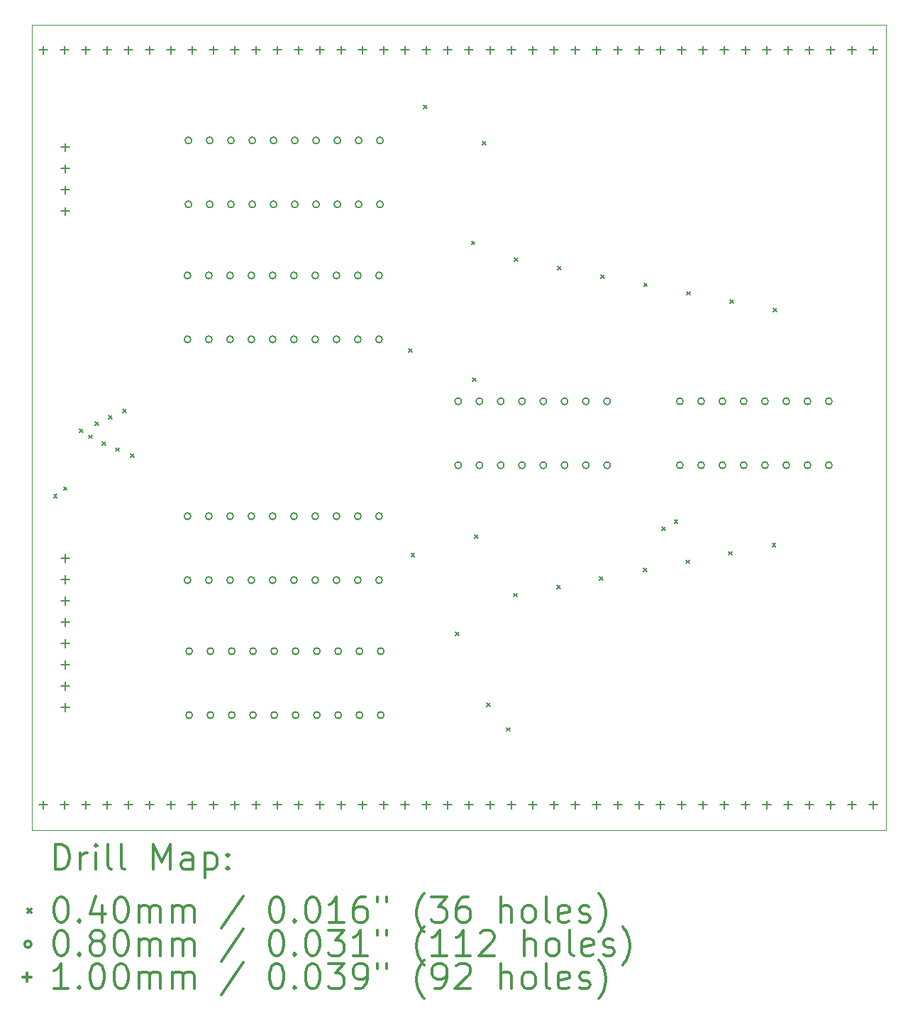
<source format=gbr>
%FSLAX45Y45*%
G04 Gerber Fmt 4.5, Leading zero omitted, Abs format (unit mm)*
G04 Created by KiCad (PCBNEW (5.1.9)-1) date 2022-07-23 11:33:27*
%MOMM*%
%LPD*%
G01*
G04 APERTURE LIST*
%TA.AperFunction,Profile*%
%ADD10C,0.100000*%
%TD*%
%ADD11C,0.200000*%
%ADD12C,0.300000*%
G04 APERTURE END LIST*
D10*
X8500000Y-13900000D02*
X8500000Y-4300000D01*
X18700000Y-13900000D02*
X8500000Y-13900000D01*
X18700000Y-4300000D02*
X18700000Y-13900000D01*
X8500000Y-4300000D02*
X18700000Y-4300000D01*
D11*
X8762500Y-9896500D02*
X8802500Y-9936500D01*
X8802500Y-9896500D02*
X8762500Y-9936500D01*
X8880000Y-9810000D02*
X8920000Y-9850000D01*
X8920000Y-9810000D02*
X8880000Y-9850000D01*
X9070000Y-9119289D02*
X9110000Y-9159289D01*
X9110000Y-9119289D02*
X9070000Y-9159289D01*
X9180000Y-9190000D02*
X9220000Y-9230000D01*
X9220000Y-9190000D02*
X9180000Y-9230000D01*
X9260000Y-9032501D02*
X9300000Y-9072501D01*
X9300000Y-9032501D02*
X9260000Y-9072501D01*
X9340000Y-9270000D02*
X9380000Y-9310000D01*
X9380000Y-9270000D02*
X9340000Y-9310000D01*
X9420000Y-8960000D02*
X9460000Y-9000000D01*
X9460000Y-8960000D02*
X9420000Y-9000000D01*
X9502500Y-9342500D02*
X9542500Y-9382500D01*
X9542500Y-9342500D02*
X9502500Y-9382500D01*
X9590500Y-8880500D02*
X9630500Y-8920500D01*
X9630500Y-8880500D02*
X9590500Y-8920500D01*
X9682500Y-9417500D02*
X9722500Y-9457500D01*
X9722500Y-9417500D02*
X9682500Y-9457500D01*
X13000000Y-8160000D02*
X13040000Y-8200000D01*
X13040000Y-8160000D02*
X13000000Y-8200000D01*
X13030000Y-10600000D02*
X13070000Y-10640000D01*
X13070000Y-10600000D02*
X13030000Y-10640000D01*
X13180000Y-5260000D02*
X13220000Y-5300000D01*
X13220000Y-5260000D02*
X13180000Y-5300000D01*
X13559340Y-11539340D02*
X13599340Y-11579340D01*
X13599340Y-11539340D02*
X13559340Y-11579340D01*
X13750000Y-6880000D02*
X13790000Y-6920000D01*
X13790000Y-6880000D02*
X13750000Y-6920000D01*
X13760000Y-8510000D02*
X13800000Y-8550000D01*
X13800000Y-8510000D02*
X13760000Y-8550000D01*
X13790000Y-10380000D02*
X13830000Y-10420000D01*
X13830000Y-10380000D02*
X13790000Y-10420000D01*
X13880000Y-5690000D02*
X13920000Y-5730000D01*
X13920000Y-5690000D02*
X13880000Y-5730000D01*
X13930000Y-12390000D02*
X13970000Y-12430000D01*
X13970000Y-12390000D02*
X13930000Y-12430000D01*
X14170000Y-12680000D02*
X14210000Y-12720000D01*
X14210000Y-12680000D02*
X14170000Y-12720000D01*
X14250000Y-11080000D02*
X14290000Y-11120000D01*
X14290000Y-11080000D02*
X14250000Y-11120000D01*
X14264286Y-7080000D02*
X14304286Y-7120000D01*
X14304286Y-7080000D02*
X14264286Y-7120000D01*
X14770000Y-10980000D02*
X14810000Y-11020000D01*
X14810000Y-10980000D02*
X14770000Y-11020000D01*
X14778571Y-7180000D02*
X14818571Y-7220000D01*
X14818571Y-7180000D02*
X14778571Y-7220000D01*
X15280000Y-10880000D02*
X15320000Y-10920000D01*
X15320000Y-10880000D02*
X15280000Y-10920000D01*
X15292857Y-7280000D02*
X15332857Y-7320000D01*
X15332857Y-7280000D02*
X15292857Y-7320000D01*
X15800000Y-10780000D02*
X15840000Y-10820000D01*
X15840000Y-10780000D02*
X15800000Y-10820000D01*
X15807143Y-7380000D02*
X15847143Y-7420000D01*
X15847143Y-7380000D02*
X15807143Y-7420000D01*
X16020000Y-10290000D02*
X16060000Y-10330000D01*
X16060000Y-10290000D02*
X16020000Y-10330000D01*
X16170000Y-10200000D02*
X16210000Y-10240000D01*
X16210000Y-10200000D02*
X16170000Y-10240000D01*
X16310000Y-10680000D02*
X16350000Y-10720000D01*
X16350000Y-10680000D02*
X16310000Y-10720000D01*
X16320000Y-7480000D02*
X16360000Y-7520000D01*
X16360000Y-7480000D02*
X16320000Y-7520000D01*
X16820000Y-10580000D02*
X16860000Y-10620000D01*
X16860000Y-10580000D02*
X16820000Y-10620000D01*
X16835714Y-7580000D02*
X16875714Y-7620000D01*
X16875714Y-7580000D02*
X16835714Y-7620000D01*
X17340000Y-10480000D02*
X17380000Y-10520000D01*
X17380000Y-10480000D02*
X17340000Y-10520000D01*
X17350000Y-7680000D02*
X17390000Y-7720000D01*
X17390000Y-7680000D02*
X17350000Y-7720000D01*
X10400000Y-7288000D02*
G75*
G03*
X10400000Y-7288000I-40000J0D01*
G01*
X10400000Y-8050000D02*
G75*
G03*
X10400000Y-8050000I-40000J0D01*
G01*
X10400000Y-10158000D02*
G75*
G03*
X10400000Y-10158000I-40000J0D01*
G01*
X10400000Y-10920000D02*
G75*
G03*
X10400000Y-10920000I-40000J0D01*
G01*
X10410000Y-5678000D02*
G75*
G03*
X10410000Y-5678000I-40000J0D01*
G01*
X10410000Y-6440000D02*
G75*
G03*
X10410000Y-6440000I-40000J0D01*
G01*
X10420000Y-11768000D02*
G75*
G03*
X10420000Y-11768000I-40000J0D01*
G01*
X10420000Y-12530000D02*
G75*
G03*
X10420000Y-12530000I-40000J0D01*
G01*
X10654000Y-7288000D02*
G75*
G03*
X10654000Y-7288000I-40000J0D01*
G01*
X10654000Y-8050000D02*
G75*
G03*
X10654000Y-8050000I-40000J0D01*
G01*
X10654000Y-10158000D02*
G75*
G03*
X10654000Y-10158000I-40000J0D01*
G01*
X10654000Y-10920000D02*
G75*
G03*
X10654000Y-10920000I-40000J0D01*
G01*
X10664000Y-5678000D02*
G75*
G03*
X10664000Y-5678000I-40000J0D01*
G01*
X10664000Y-6440000D02*
G75*
G03*
X10664000Y-6440000I-40000J0D01*
G01*
X10674000Y-11768000D02*
G75*
G03*
X10674000Y-11768000I-40000J0D01*
G01*
X10674000Y-12530000D02*
G75*
G03*
X10674000Y-12530000I-40000J0D01*
G01*
X10908000Y-7288000D02*
G75*
G03*
X10908000Y-7288000I-40000J0D01*
G01*
X10908000Y-8050000D02*
G75*
G03*
X10908000Y-8050000I-40000J0D01*
G01*
X10908000Y-10158000D02*
G75*
G03*
X10908000Y-10158000I-40000J0D01*
G01*
X10908000Y-10920000D02*
G75*
G03*
X10908000Y-10920000I-40000J0D01*
G01*
X10918000Y-5678000D02*
G75*
G03*
X10918000Y-5678000I-40000J0D01*
G01*
X10918000Y-6440000D02*
G75*
G03*
X10918000Y-6440000I-40000J0D01*
G01*
X10928000Y-11768000D02*
G75*
G03*
X10928000Y-11768000I-40000J0D01*
G01*
X10928000Y-12530000D02*
G75*
G03*
X10928000Y-12530000I-40000J0D01*
G01*
X11162000Y-7288000D02*
G75*
G03*
X11162000Y-7288000I-40000J0D01*
G01*
X11162000Y-8050000D02*
G75*
G03*
X11162000Y-8050000I-40000J0D01*
G01*
X11162000Y-10158000D02*
G75*
G03*
X11162000Y-10158000I-40000J0D01*
G01*
X11162000Y-10920000D02*
G75*
G03*
X11162000Y-10920000I-40000J0D01*
G01*
X11172000Y-5678000D02*
G75*
G03*
X11172000Y-5678000I-40000J0D01*
G01*
X11172000Y-6440000D02*
G75*
G03*
X11172000Y-6440000I-40000J0D01*
G01*
X11182000Y-11768000D02*
G75*
G03*
X11182000Y-11768000I-40000J0D01*
G01*
X11182000Y-12530000D02*
G75*
G03*
X11182000Y-12530000I-40000J0D01*
G01*
X11416000Y-7288000D02*
G75*
G03*
X11416000Y-7288000I-40000J0D01*
G01*
X11416000Y-8050000D02*
G75*
G03*
X11416000Y-8050000I-40000J0D01*
G01*
X11416000Y-10158000D02*
G75*
G03*
X11416000Y-10158000I-40000J0D01*
G01*
X11416000Y-10920000D02*
G75*
G03*
X11416000Y-10920000I-40000J0D01*
G01*
X11426000Y-5678000D02*
G75*
G03*
X11426000Y-5678000I-40000J0D01*
G01*
X11426000Y-6440000D02*
G75*
G03*
X11426000Y-6440000I-40000J0D01*
G01*
X11436000Y-11768000D02*
G75*
G03*
X11436000Y-11768000I-40000J0D01*
G01*
X11436000Y-12530000D02*
G75*
G03*
X11436000Y-12530000I-40000J0D01*
G01*
X11670000Y-7288000D02*
G75*
G03*
X11670000Y-7288000I-40000J0D01*
G01*
X11670000Y-8050000D02*
G75*
G03*
X11670000Y-8050000I-40000J0D01*
G01*
X11670000Y-10158000D02*
G75*
G03*
X11670000Y-10158000I-40000J0D01*
G01*
X11670000Y-10920000D02*
G75*
G03*
X11670000Y-10920000I-40000J0D01*
G01*
X11680000Y-5678000D02*
G75*
G03*
X11680000Y-5678000I-40000J0D01*
G01*
X11680000Y-6440000D02*
G75*
G03*
X11680000Y-6440000I-40000J0D01*
G01*
X11690000Y-11768000D02*
G75*
G03*
X11690000Y-11768000I-40000J0D01*
G01*
X11690000Y-12530000D02*
G75*
G03*
X11690000Y-12530000I-40000J0D01*
G01*
X11924000Y-7288000D02*
G75*
G03*
X11924000Y-7288000I-40000J0D01*
G01*
X11924000Y-8050000D02*
G75*
G03*
X11924000Y-8050000I-40000J0D01*
G01*
X11924000Y-10158000D02*
G75*
G03*
X11924000Y-10158000I-40000J0D01*
G01*
X11924000Y-10920000D02*
G75*
G03*
X11924000Y-10920000I-40000J0D01*
G01*
X11934000Y-5678000D02*
G75*
G03*
X11934000Y-5678000I-40000J0D01*
G01*
X11934000Y-6440000D02*
G75*
G03*
X11934000Y-6440000I-40000J0D01*
G01*
X11944000Y-11768000D02*
G75*
G03*
X11944000Y-11768000I-40000J0D01*
G01*
X11944000Y-12530000D02*
G75*
G03*
X11944000Y-12530000I-40000J0D01*
G01*
X12178000Y-7288000D02*
G75*
G03*
X12178000Y-7288000I-40000J0D01*
G01*
X12178000Y-8050000D02*
G75*
G03*
X12178000Y-8050000I-40000J0D01*
G01*
X12178000Y-10158000D02*
G75*
G03*
X12178000Y-10158000I-40000J0D01*
G01*
X12178000Y-10920000D02*
G75*
G03*
X12178000Y-10920000I-40000J0D01*
G01*
X12188000Y-5678000D02*
G75*
G03*
X12188000Y-5678000I-40000J0D01*
G01*
X12188000Y-6440000D02*
G75*
G03*
X12188000Y-6440000I-40000J0D01*
G01*
X12198000Y-11768000D02*
G75*
G03*
X12198000Y-11768000I-40000J0D01*
G01*
X12198000Y-12530000D02*
G75*
G03*
X12198000Y-12530000I-40000J0D01*
G01*
X12432000Y-7288000D02*
G75*
G03*
X12432000Y-7288000I-40000J0D01*
G01*
X12432000Y-8050000D02*
G75*
G03*
X12432000Y-8050000I-40000J0D01*
G01*
X12432000Y-10158000D02*
G75*
G03*
X12432000Y-10158000I-40000J0D01*
G01*
X12432000Y-10920000D02*
G75*
G03*
X12432000Y-10920000I-40000J0D01*
G01*
X12442000Y-5678000D02*
G75*
G03*
X12442000Y-5678000I-40000J0D01*
G01*
X12442000Y-6440000D02*
G75*
G03*
X12442000Y-6440000I-40000J0D01*
G01*
X12452000Y-11768000D02*
G75*
G03*
X12452000Y-11768000I-40000J0D01*
G01*
X12452000Y-12530000D02*
G75*
G03*
X12452000Y-12530000I-40000J0D01*
G01*
X12686000Y-7288000D02*
G75*
G03*
X12686000Y-7288000I-40000J0D01*
G01*
X12686000Y-8050000D02*
G75*
G03*
X12686000Y-8050000I-40000J0D01*
G01*
X12686000Y-10158000D02*
G75*
G03*
X12686000Y-10158000I-40000J0D01*
G01*
X12686000Y-10920000D02*
G75*
G03*
X12686000Y-10920000I-40000J0D01*
G01*
X12696000Y-5678000D02*
G75*
G03*
X12696000Y-5678000I-40000J0D01*
G01*
X12696000Y-6440000D02*
G75*
G03*
X12696000Y-6440000I-40000J0D01*
G01*
X12706000Y-11768000D02*
G75*
G03*
X12706000Y-11768000I-40000J0D01*
G01*
X12706000Y-12530000D02*
G75*
G03*
X12706000Y-12530000I-40000J0D01*
G01*
X13630000Y-8788000D02*
G75*
G03*
X13630000Y-8788000I-40000J0D01*
G01*
X13630000Y-9550000D02*
G75*
G03*
X13630000Y-9550000I-40000J0D01*
G01*
X13884000Y-8788000D02*
G75*
G03*
X13884000Y-8788000I-40000J0D01*
G01*
X13884000Y-9550000D02*
G75*
G03*
X13884000Y-9550000I-40000J0D01*
G01*
X14138000Y-8788000D02*
G75*
G03*
X14138000Y-8788000I-40000J0D01*
G01*
X14138000Y-9550000D02*
G75*
G03*
X14138000Y-9550000I-40000J0D01*
G01*
X14392000Y-8788000D02*
G75*
G03*
X14392000Y-8788000I-40000J0D01*
G01*
X14392000Y-9550000D02*
G75*
G03*
X14392000Y-9550000I-40000J0D01*
G01*
X14646000Y-8788000D02*
G75*
G03*
X14646000Y-8788000I-40000J0D01*
G01*
X14646000Y-9550000D02*
G75*
G03*
X14646000Y-9550000I-40000J0D01*
G01*
X14900000Y-8788000D02*
G75*
G03*
X14900000Y-8788000I-40000J0D01*
G01*
X14900000Y-9550000D02*
G75*
G03*
X14900000Y-9550000I-40000J0D01*
G01*
X15154000Y-8788000D02*
G75*
G03*
X15154000Y-8788000I-40000J0D01*
G01*
X15154000Y-9550000D02*
G75*
G03*
X15154000Y-9550000I-40000J0D01*
G01*
X15408000Y-8788000D02*
G75*
G03*
X15408000Y-8788000I-40000J0D01*
G01*
X15408000Y-9550000D02*
G75*
G03*
X15408000Y-9550000I-40000J0D01*
G01*
X16276000Y-8788000D02*
G75*
G03*
X16276000Y-8788000I-40000J0D01*
G01*
X16276000Y-9550000D02*
G75*
G03*
X16276000Y-9550000I-40000J0D01*
G01*
X16530000Y-8788000D02*
G75*
G03*
X16530000Y-8788000I-40000J0D01*
G01*
X16530000Y-9550000D02*
G75*
G03*
X16530000Y-9550000I-40000J0D01*
G01*
X16784000Y-8788000D02*
G75*
G03*
X16784000Y-8788000I-40000J0D01*
G01*
X16784000Y-9550000D02*
G75*
G03*
X16784000Y-9550000I-40000J0D01*
G01*
X17038000Y-8788000D02*
G75*
G03*
X17038000Y-8788000I-40000J0D01*
G01*
X17038000Y-9550000D02*
G75*
G03*
X17038000Y-9550000I-40000J0D01*
G01*
X17292000Y-8788000D02*
G75*
G03*
X17292000Y-8788000I-40000J0D01*
G01*
X17292000Y-9550000D02*
G75*
G03*
X17292000Y-9550000I-40000J0D01*
G01*
X17546000Y-8788000D02*
G75*
G03*
X17546000Y-8788000I-40000J0D01*
G01*
X17546000Y-9550000D02*
G75*
G03*
X17546000Y-9550000I-40000J0D01*
G01*
X17800000Y-8788000D02*
G75*
G03*
X17800000Y-8788000I-40000J0D01*
G01*
X17800000Y-9550000D02*
G75*
G03*
X17800000Y-9550000I-40000J0D01*
G01*
X18054000Y-8788000D02*
G75*
G03*
X18054000Y-8788000I-40000J0D01*
G01*
X18054000Y-9550000D02*
G75*
G03*
X18054000Y-9550000I-40000J0D01*
G01*
X8640000Y-4550000D02*
X8640000Y-4650000D01*
X8590000Y-4600000D02*
X8690000Y-4600000D01*
X8640000Y-13550000D02*
X8640000Y-13650000D01*
X8590000Y-13600000D02*
X8690000Y-13600000D01*
X8894000Y-4550000D02*
X8894000Y-4650000D01*
X8844000Y-4600000D02*
X8944000Y-4600000D01*
X8894000Y-13550000D02*
X8894000Y-13650000D01*
X8844000Y-13600000D02*
X8944000Y-13600000D01*
X8900000Y-5710000D02*
X8900000Y-5810000D01*
X8850000Y-5760000D02*
X8950000Y-5760000D01*
X8900000Y-5964000D02*
X8900000Y-6064000D01*
X8850000Y-6014000D02*
X8950000Y-6014000D01*
X8900000Y-6218000D02*
X8900000Y-6318000D01*
X8850000Y-6268000D02*
X8950000Y-6268000D01*
X8900000Y-6472000D02*
X8900000Y-6572000D01*
X8850000Y-6522000D02*
X8950000Y-6522000D01*
X8900000Y-10610000D02*
X8900000Y-10710000D01*
X8850000Y-10660000D02*
X8950000Y-10660000D01*
X8900000Y-10864000D02*
X8900000Y-10964000D01*
X8850000Y-10914000D02*
X8950000Y-10914000D01*
X8900000Y-11118000D02*
X8900000Y-11218000D01*
X8850000Y-11168000D02*
X8950000Y-11168000D01*
X8900000Y-11372000D02*
X8900000Y-11472000D01*
X8850000Y-11422000D02*
X8950000Y-11422000D01*
X8900000Y-11626000D02*
X8900000Y-11726000D01*
X8850000Y-11676000D02*
X8950000Y-11676000D01*
X8900000Y-11880000D02*
X8900000Y-11980000D01*
X8850000Y-11930000D02*
X8950000Y-11930000D01*
X8900000Y-12134000D02*
X8900000Y-12234000D01*
X8850000Y-12184000D02*
X8950000Y-12184000D01*
X8900000Y-12388000D02*
X8900000Y-12488000D01*
X8850000Y-12438000D02*
X8950000Y-12438000D01*
X9148000Y-4550000D02*
X9148000Y-4650000D01*
X9098000Y-4600000D02*
X9198000Y-4600000D01*
X9148000Y-13550000D02*
X9148000Y-13650000D01*
X9098000Y-13600000D02*
X9198000Y-13600000D01*
X9402000Y-4550000D02*
X9402000Y-4650000D01*
X9352000Y-4600000D02*
X9452000Y-4600000D01*
X9402000Y-13550000D02*
X9402000Y-13650000D01*
X9352000Y-13600000D02*
X9452000Y-13600000D01*
X9656000Y-4550000D02*
X9656000Y-4650000D01*
X9606000Y-4600000D02*
X9706000Y-4600000D01*
X9656000Y-13550000D02*
X9656000Y-13650000D01*
X9606000Y-13600000D02*
X9706000Y-13600000D01*
X9910000Y-4550000D02*
X9910000Y-4650000D01*
X9860000Y-4600000D02*
X9960000Y-4600000D01*
X9910000Y-13550000D02*
X9910000Y-13650000D01*
X9860000Y-13600000D02*
X9960000Y-13600000D01*
X10164000Y-4550000D02*
X10164000Y-4650000D01*
X10114000Y-4600000D02*
X10214000Y-4600000D01*
X10164000Y-13550000D02*
X10164000Y-13650000D01*
X10114000Y-13600000D02*
X10214000Y-13600000D01*
X10418000Y-4550000D02*
X10418000Y-4650000D01*
X10368000Y-4600000D02*
X10468000Y-4600000D01*
X10418000Y-13550000D02*
X10418000Y-13650000D01*
X10368000Y-13600000D02*
X10468000Y-13600000D01*
X10672000Y-4550000D02*
X10672000Y-4650000D01*
X10622000Y-4600000D02*
X10722000Y-4600000D01*
X10672000Y-13550000D02*
X10672000Y-13650000D01*
X10622000Y-13600000D02*
X10722000Y-13600000D01*
X10926000Y-4550000D02*
X10926000Y-4650000D01*
X10876000Y-4600000D02*
X10976000Y-4600000D01*
X10926000Y-13550000D02*
X10926000Y-13650000D01*
X10876000Y-13600000D02*
X10976000Y-13600000D01*
X11180000Y-4550000D02*
X11180000Y-4650000D01*
X11130000Y-4600000D02*
X11230000Y-4600000D01*
X11180000Y-13550000D02*
X11180000Y-13650000D01*
X11130000Y-13600000D02*
X11230000Y-13600000D01*
X11434000Y-4550000D02*
X11434000Y-4650000D01*
X11384000Y-4600000D02*
X11484000Y-4600000D01*
X11434000Y-13550000D02*
X11434000Y-13650000D01*
X11384000Y-13600000D02*
X11484000Y-13600000D01*
X11688000Y-4550000D02*
X11688000Y-4650000D01*
X11638000Y-4600000D02*
X11738000Y-4600000D01*
X11688000Y-13550000D02*
X11688000Y-13650000D01*
X11638000Y-13600000D02*
X11738000Y-13600000D01*
X11942000Y-4550000D02*
X11942000Y-4650000D01*
X11892000Y-4600000D02*
X11992000Y-4600000D01*
X11942000Y-13550000D02*
X11942000Y-13650000D01*
X11892000Y-13600000D02*
X11992000Y-13600000D01*
X12196000Y-4550000D02*
X12196000Y-4650000D01*
X12146000Y-4600000D02*
X12246000Y-4600000D01*
X12196000Y-13550000D02*
X12196000Y-13650000D01*
X12146000Y-13600000D02*
X12246000Y-13600000D01*
X12450000Y-4550000D02*
X12450000Y-4650000D01*
X12400000Y-4600000D02*
X12500000Y-4600000D01*
X12450000Y-13550000D02*
X12450000Y-13650000D01*
X12400000Y-13600000D02*
X12500000Y-13600000D01*
X12704000Y-4550000D02*
X12704000Y-4650000D01*
X12654000Y-4600000D02*
X12754000Y-4600000D01*
X12704000Y-13550000D02*
X12704000Y-13650000D01*
X12654000Y-13600000D02*
X12754000Y-13600000D01*
X12958000Y-4550000D02*
X12958000Y-4650000D01*
X12908000Y-4600000D02*
X13008000Y-4600000D01*
X12958000Y-13550000D02*
X12958000Y-13650000D01*
X12908000Y-13600000D02*
X13008000Y-13600000D01*
X13212000Y-4550000D02*
X13212000Y-4650000D01*
X13162000Y-4600000D02*
X13262000Y-4600000D01*
X13212000Y-13550000D02*
X13212000Y-13650000D01*
X13162000Y-13600000D02*
X13262000Y-13600000D01*
X13466000Y-4550000D02*
X13466000Y-4650000D01*
X13416000Y-4600000D02*
X13516000Y-4600000D01*
X13466000Y-13550000D02*
X13466000Y-13650000D01*
X13416000Y-13600000D02*
X13516000Y-13600000D01*
X13720000Y-4550000D02*
X13720000Y-4650000D01*
X13670000Y-4600000D02*
X13770000Y-4600000D01*
X13720000Y-13550000D02*
X13720000Y-13650000D01*
X13670000Y-13600000D02*
X13770000Y-13600000D01*
X13974000Y-4550000D02*
X13974000Y-4650000D01*
X13924000Y-4600000D02*
X14024000Y-4600000D01*
X13974000Y-13550000D02*
X13974000Y-13650000D01*
X13924000Y-13600000D02*
X14024000Y-13600000D01*
X14228000Y-4550000D02*
X14228000Y-4650000D01*
X14178000Y-4600000D02*
X14278000Y-4600000D01*
X14228000Y-13550000D02*
X14228000Y-13650000D01*
X14178000Y-13600000D02*
X14278000Y-13600000D01*
X14482000Y-4550000D02*
X14482000Y-4650000D01*
X14432000Y-4600000D02*
X14532000Y-4600000D01*
X14482000Y-13550000D02*
X14482000Y-13650000D01*
X14432000Y-13600000D02*
X14532000Y-13600000D01*
X14736000Y-4550000D02*
X14736000Y-4650000D01*
X14686000Y-4600000D02*
X14786000Y-4600000D01*
X14736000Y-13550000D02*
X14736000Y-13650000D01*
X14686000Y-13600000D02*
X14786000Y-13600000D01*
X14990000Y-4550000D02*
X14990000Y-4650000D01*
X14940000Y-4600000D02*
X15040000Y-4600000D01*
X14990000Y-13550000D02*
X14990000Y-13650000D01*
X14940000Y-13600000D02*
X15040000Y-13600000D01*
X15244000Y-4550000D02*
X15244000Y-4650000D01*
X15194000Y-4600000D02*
X15294000Y-4600000D01*
X15244000Y-13550000D02*
X15244000Y-13650000D01*
X15194000Y-13600000D02*
X15294000Y-13600000D01*
X15498000Y-4550000D02*
X15498000Y-4650000D01*
X15448000Y-4600000D02*
X15548000Y-4600000D01*
X15498000Y-13550000D02*
X15498000Y-13650000D01*
X15448000Y-13600000D02*
X15548000Y-13600000D01*
X15752000Y-4550000D02*
X15752000Y-4650000D01*
X15702000Y-4600000D02*
X15802000Y-4600000D01*
X15752000Y-13550000D02*
X15752000Y-13650000D01*
X15702000Y-13600000D02*
X15802000Y-13600000D01*
X16006000Y-4550000D02*
X16006000Y-4650000D01*
X15956000Y-4600000D02*
X16056000Y-4600000D01*
X16006000Y-13550000D02*
X16006000Y-13650000D01*
X15956000Y-13600000D02*
X16056000Y-13600000D01*
X16260000Y-4550000D02*
X16260000Y-4650000D01*
X16210000Y-4600000D02*
X16310000Y-4600000D01*
X16260000Y-13550000D02*
X16260000Y-13650000D01*
X16210000Y-13600000D02*
X16310000Y-13600000D01*
X16514000Y-4550000D02*
X16514000Y-4650000D01*
X16464000Y-4600000D02*
X16564000Y-4600000D01*
X16514000Y-13550000D02*
X16514000Y-13650000D01*
X16464000Y-13600000D02*
X16564000Y-13600000D01*
X16768000Y-4550000D02*
X16768000Y-4650000D01*
X16718000Y-4600000D02*
X16818000Y-4600000D01*
X16768000Y-13550000D02*
X16768000Y-13650000D01*
X16718000Y-13600000D02*
X16818000Y-13600000D01*
X17022000Y-4550000D02*
X17022000Y-4650000D01*
X16972000Y-4600000D02*
X17072000Y-4600000D01*
X17022000Y-13550000D02*
X17022000Y-13650000D01*
X16972000Y-13600000D02*
X17072000Y-13600000D01*
X17276000Y-4550000D02*
X17276000Y-4650000D01*
X17226000Y-4600000D02*
X17326000Y-4600000D01*
X17276000Y-13550000D02*
X17276000Y-13650000D01*
X17226000Y-13600000D02*
X17326000Y-13600000D01*
X17530000Y-4550000D02*
X17530000Y-4650000D01*
X17480000Y-4600000D02*
X17580000Y-4600000D01*
X17530000Y-13550000D02*
X17530000Y-13650000D01*
X17480000Y-13600000D02*
X17580000Y-13600000D01*
X17784000Y-4550000D02*
X17784000Y-4650000D01*
X17734000Y-4600000D02*
X17834000Y-4600000D01*
X17784000Y-13550000D02*
X17784000Y-13650000D01*
X17734000Y-13600000D02*
X17834000Y-13600000D01*
X18038000Y-4550000D02*
X18038000Y-4650000D01*
X17988000Y-4600000D02*
X18088000Y-4600000D01*
X18038000Y-13550000D02*
X18038000Y-13650000D01*
X17988000Y-13600000D02*
X18088000Y-13600000D01*
X18292000Y-4550000D02*
X18292000Y-4650000D01*
X18242000Y-4600000D02*
X18342000Y-4600000D01*
X18292000Y-13550000D02*
X18292000Y-13650000D01*
X18242000Y-13600000D02*
X18342000Y-13600000D01*
X18546000Y-4550000D02*
X18546000Y-4650000D01*
X18496000Y-4600000D02*
X18596000Y-4600000D01*
X18546000Y-13550000D02*
X18546000Y-13650000D01*
X18496000Y-13600000D02*
X18596000Y-13600000D01*
D12*
X8781428Y-14370714D02*
X8781428Y-14070714D01*
X8852857Y-14070714D01*
X8895714Y-14085000D01*
X8924286Y-14113571D01*
X8938571Y-14142143D01*
X8952857Y-14199286D01*
X8952857Y-14242143D01*
X8938571Y-14299286D01*
X8924286Y-14327857D01*
X8895714Y-14356429D01*
X8852857Y-14370714D01*
X8781428Y-14370714D01*
X9081428Y-14370714D02*
X9081428Y-14170714D01*
X9081428Y-14227857D02*
X9095714Y-14199286D01*
X9110000Y-14185000D01*
X9138571Y-14170714D01*
X9167143Y-14170714D01*
X9267143Y-14370714D02*
X9267143Y-14170714D01*
X9267143Y-14070714D02*
X9252857Y-14085000D01*
X9267143Y-14099286D01*
X9281428Y-14085000D01*
X9267143Y-14070714D01*
X9267143Y-14099286D01*
X9452857Y-14370714D02*
X9424286Y-14356429D01*
X9410000Y-14327857D01*
X9410000Y-14070714D01*
X9610000Y-14370714D02*
X9581428Y-14356429D01*
X9567143Y-14327857D01*
X9567143Y-14070714D01*
X9952857Y-14370714D02*
X9952857Y-14070714D01*
X10052857Y-14285000D01*
X10152857Y-14070714D01*
X10152857Y-14370714D01*
X10424286Y-14370714D02*
X10424286Y-14213571D01*
X10410000Y-14185000D01*
X10381428Y-14170714D01*
X10324286Y-14170714D01*
X10295714Y-14185000D01*
X10424286Y-14356429D02*
X10395714Y-14370714D01*
X10324286Y-14370714D01*
X10295714Y-14356429D01*
X10281428Y-14327857D01*
X10281428Y-14299286D01*
X10295714Y-14270714D01*
X10324286Y-14256429D01*
X10395714Y-14256429D01*
X10424286Y-14242143D01*
X10567143Y-14170714D02*
X10567143Y-14470714D01*
X10567143Y-14185000D02*
X10595714Y-14170714D01*
X10652857Y-14170714D01*
X10681428Y-14185000D01*
X10695714Y-14199286D01*
X10710000Y-14227857D01*
X10710000Y-14313571D01*
X10695714Y-14342143D01*
X10681428Y-14356429D01*
X10652857Y-14370714D01*
X10595714Y-14370714D01*
X10567143Y-14356429D01*
X10838571Y-14342143D02*
X10852857Y-14356429D01*
X10838571Y-14370714D01*
X10824286Y-14356429D01*
X10838571Y-14342143D01*
X10838571Y-14370714D01*
X10838571Y-14185000D02*
X10852857Y-14199286D01*
X10838571Y-14213571D01*
X10824286Y-14199286D01*
X10838571Y-14185000D01*
X10838571Y-14213571D01*
X8455000Y-14845000D02*
X8495000Y-14885000D01*
X8495000Y-14845000D02*
X8455000Y-14885000D01*
X8838571Y-14700714D02*
X8867143Y-14700714D01*
X8895714Y-14715000D01*
X8910000Y-14729286D01*
X8924286Y-14757857D01*
X8938571Y-14815000D01*
X8938571Y-14886429D01*
X8924286Y-14943571D01*
X8910000Y-14972143D01*
X8895714Y-14986429D01*
X8867143Y-15000714D01*
X8838571Y-15000714D01*
X8810000Y-14986429D01*
X8795714Y-14972143D01*
X8781428Y-14943571D01*
X8767143Y-14886429D01*
X8767143Y-14815000D01*
X8781428Y-14757857D01*
X8795714Y-14729286D01*
X8810000Y-14715000D01*
X8838571Y-14700714D01*
X9067143Y-14972143D02*
X9081428Y-14986429D01*
X9067143Y-15000714D01*
X9052857Y-14986429D01*
X9067143Y-14972143D01*
X9067143Y-15000714D01*
X9338571Y-14800714D02*
X9338571Y-15000714D01*
X9267143Y-14686429D02*
X9195714Y-14900714D01*
X9381428Y-14900714D01*
X9552857Y-14700714D02*
X9581428Y-14700714D01*
X9610000Y-14715000D01*
X9624286Y-14729286D01*
X9638571Y-14757857D01*
X9652857Y-14815000D01*
X9652857Y-14886429D01*
X9638571Y-14943571D01*
X9624286Y-14972143D01*
X9610000Y-14986429D01*
X9581428Y-15000714D01*
X9552857Y-15000714D01*
X9524286Y-14986429D01*
X9510000Y-14972143D01*
X9495714Y-14943571D01*
X9481428Y-14886429D01*
X9481428Y-14815000D01*
X9495714Y-14757857D01*
X9510000Y-14729286D01*
X9524286Y-14715000D01*
X9552857Y-14700714D01*
X9781428Y-15000714D02*
X9781428Y-14800714D01*
X9781428Y-14829286D02*
X9795714Y-14815000D01*
X9824286Y-14800714D01*
X9867143Y-14800714D01*
X9895714Y-14815000D01*
X9910000Y-14843571D01*
X9910000Y-15000714D01*
X9910000Y-14843571D02*
X9924286Y-14815000D01*
X9952857Y-14800714D01*
X9995714Y-14800714D01*
X10024286Y-14815000D01*
X10038571Y-14843571D01*
X10038571Y-15000714D01*
X10181428Y-15000714D02*
X10181428Y-14800714D01*
X10181428Y-14829286D02*
X10195714Y-14815000D01*
X10224286Y-14800714D01*
X10267143Y-14800714D01*
X10295714Y-14815000D01*
X10310000Y-14843571D01*
X10310000Y-15000714D01*
X10310000Y-14843571D02*
X10324286Y-14815000D01*
X10352857Y-14800714D01*
X10395714Y-14800714D01*
X10424286Y-14815000D01*
X10438571Y-14843571D01*
X10438571Y-15000714D01*
X11024286Y-14686429D02*
X10767143Y-15072143D01*
X11410000Y-14700714D02*
X11438571Y-14700714D01*
X11467143Y-14715000D01*
X11481428Y-14729286D01*
X11495714Y-14757857D01*
X11510000Y-14815000D01*
X11510000Y-14886429D01*
X11495714Y-14943571D01*
X11481428Y-14972143D01*
X11467143Y-14986429D01*
X11438571Y-15000714D01*
X11410000Y-15000714D01*
X11381428Y-14986429D01*
X11367143Y-14972143D01*
X11352857Y-14943571D01*
X11338571Y-14886429D01*
X11338571Y-14815000D01*
X11352857Y-14757857D01*
X11367143Y-14729286D01*
X11381428Y-14715000D01*
X11410000Y-14700714D01*
X11638571Y-14972143D02*
X11652857Y-14986429D01*
X11638571Y-15000714D01*
X11624286Y-14986429D01*
X11638571Y-14972143D01*
X11638571Y-15000714D01*
X11838571Y-14700714D02*
X11867143Y-14700714D01*
X11895714Y-14715000D01*
X11910000Y-14729286D01*
X11924286Y-14757857D01*
X11938571Y-14815000D01*
X11938571Y-14886429D01*
X11924286Y-14943571D01*
X11910000Y-14972143D01*
X11895714Y-14986429D01*
X11867143Y-15000714D01*
X11838571Y-15000714D01*
X11810000Y-14986429D01*
X11795714Y-14972143D01*
X11781428Y-14943571D01*
X11767143Y-14886429D01*
X11767143Y-14815000D01*
X11781428Y-14757857D01*
X11795714Y-14729286D01*
X11810000Y-14715000D01*
X11838571Y-14700714D01*
X12224286Y-15000714D02*
X12052857Y-15000714D01*
X12138571Y-15000714D02*
X12138571Y-14700714D01*
X12110000Y-14743571D01*
X12081428Y-14772143D01*
X12052857Y-14786429D01*
X12481428Y-14700714D02*
X12424286Y-14700714D01*
X12395714Y-14715000D01*
X12381428Y-14729286D01*
X12352857Y-14772143D01*
X12338571Y-14829286D01*
X12338571Y-14943571D01*
X12352857Y-14972143D01*
X12367143Y-14986429D01*
X12395714Y-15000714D01*
X12452857Y-15000714D01*
X12481428Y-14986429D01*
X12495714Y-14972143D01*
X12510000Y-14943571D01*
X12510000Y-14872143D01*
X12495714Y-14843571D01*
X12481428Y-14829286D01*
X12452857Y-14815000D01*
X12395714Y-14815000D01*
X12367143Y-14829286D01*
X12352857Y-14843571D01*
X12338571Y-14872143D01*
X12624286Y-14700714D02*
X12624286Y-14757857D01*
X12738571Y-14700714D02*
X12738571Y-14757857D01*
X13181428Y-15115000D02*
X13167143Y-15100714D01*
X13138571Y-15057857D01*
X13124286Y-15029286D01*
X13110000Y-14986429D01*
X13095714Y-14915000D01*
X13095714Y-14857857D01*
X13110000Y-14786429D01*
X13124286Y-14743571D01*
X13138571Y-14715000D01*
X13167143Y-14672143D01*
X13181428Y-14657857D01*
X13267143Y-14700714D02*
X13452857Y-14700714D01*
X13352857Y-14815000D01*
X13395714Y-14815000D01*
X13424286Y-14829286D01*
X13438571Y-14843571D01*
X13452857Y-14872143D01*
X13452857Y-14943571D01*
X13438571Y-14972143D01*
X13424286Y-14986429D01*
X13395714Y-15000714D01*
X13310000Y-15000714D01*
X13281428Y-14986429D01*
X13267143Y-14972143D01*
X13710000Y-14700714D02*
X13652857Y-14700714D01*
X13624286Y-14715000D01*
X13610000Y-14729286D01*
X13581428Y-14772143D01*
X13567143Y-14829286D01*
X13567143Y-14943571D01*
X13581428Y-14972143D01*
X13595714Y-14986429D01*
X13624286Y-15000714D01*
X13681428Y-15000714D01*
X13710000Y-14986429D01*
X13724286Y-14972143D01*
X13738571Y-14943571D01*
X13738571Y-14872143D01*
X13724286Y-14843571D01*
X13710000Y-14829286D01*
X13681428Y-14815000D01*
X13624286Y-14815000D01*
X13595714Y-14829286D01*
X13581428Y-14843571D01*
X13567143Y-14872143D01*
X14095714Y-15000714D02*
X14095714Y-14700714D01*
X14224286Y-15000714D02*
X14224286Y-14843571D01*
X14210000Y-14815000D01*
X14181428Y-14800714D01*
X14138571Y-14800714D01*
X14110000Y-14815000D01*
X14095714Y-14829286D01*
X14410000Y-15000714D02*
X14381428Y-14986429D01*
X14367143Y-14972143D01*
X14352857Y-14943571D01*
X14352857Y-14857857D01*
X14367143Y-14829286D01*
X14381428Y-14815000D01*
X14410000Y-14800714D01*
X14452857Y-14800714D01*
X14481428Y-14815000D01*
X14495714Y-14829286D01*
X14510000Y-14857857D01*
X14510000Y-14943571D01*
X14495714Y-14972143D01*
X14481428Y-14986429D01*
X14452857Y-15000714D01*
X14410000Y-15000714D01*
X14681428Y-15000714D02*
X14652857Y-14986429D01*
X14638571Y-14957857D01*
X14638571Y-14700714D01*
X14910000Y-14986429D02*
X14881428Y-15000714D01*
X14824286Y-15000714D01*
X14795714Y-14986429D01*
X14781428Y-14957857D01*
X14781428Y-14843571D01*
X14795714Y-14815000D01*
X14824286Y-14800714D01*
X14881428Y-14800714D01*
X14910000Y-14815000D01*
X14924286Y-14843571D01*
X14924286Y-14872143D01*
X14781428Y-14900714D01*
X15038571Y-14986429D02*
X15067143Y-15000714D01*
X15124286Y-15000714D01*
X15152857Y-14986429D01*
X15167143Y-14957857D01*
X15167143Y-14943571D01*
X15152857Y-14915000D01*
X15124286Y-14900714D01*
X15081428Y-14900714D01*
X15052857Y-14886429D01*
X15038571Y-14857857D01*
X15038571Y-14843571D01*
X15052857Y-14815000D01*
X15081428Y-14800714D01*
X15124286Y-14800714D01*
X15152857Y-14815000D01*
X15267143Y-15115000D02*
X15281428Y-15100714D01*
X15310000Y-15057857D01*
X15324286Y-15029286D01*
X15338571Y-14986429D01*
X15352857Y-14915000D01*
X15352857Y-14857857D01*
X15338571Y-14786429D01*
X15324286Y-14743571D01*
X15310000Y-14715000D01*
X15281428Y-14672143D01*
X15267143Y-14657857D01*
X8495000Y-15261000D02*
G75*
G03*
X8495000Y-15261000I-40000J0D01*
G01*
X8838571Y-15096714D02*
X8867143Y-15096714D01*
X8895714Y-15111000D01*
X8910000Y-15125286D01*
X8924286Y-15153857D01*
X8938571Y-15211000D01*
X8938571Y-15282429D01*
X8924286Y-15339571D01*
X8910000Y-15368143D01*
X8895714Y-15382429D01*
X8867143Y-15396714D01*
X8838571Y-15396714D01*
X8810000Y-15382429D01*
X8795714Y-15368143D01*
X8781428Y-15339571D01*
X8767143Y-15282429D01*
X8767143Y-15211000D01*
X8781428Y-15153857D01*
X8795714Y-15125286D01*
X8810000Y-15111000D01*
X8838571Y-15096714D01*
X9067143Y-15368143D02*
X9081428Y-15382429D01*
X9067143Y-15396714D01*
X9052857Y-15382429D01*
X9067143Y-15368143D01*
X9067143Y-15396714D01*
X9252857Y-15225286D02*
X9224286Y-15211000D01*
X9210000Y-15196714D01*
X9195714Y-15168143D01*
X9195714Y-15153857D01*
X9210000Y-15125286D01*
X9224286Y-15111000D01*
X9252857Y-15096714D01*
X9310000Y-15096714D01*
X9338571Y-15111000D01*
X9352857Y-15125286D01*
X9367143Y-15153857D01*
X9367143Y-15168143D01*
X9352857Y-15196714D01*
X9338571Y-15211000D01*
X9310000Y-15225286D01*
X9252857Y-15225286D01*
X9224286Y-15239571D01*
X9210000Y-15253857D01*
X9195714Y-15282429D01*
X9195714Y-15339571D01*
X9210000Y-15368143D01*
X9224286Y-15382429D01*
X9252857Y-15396714D01*
X9310000Y-15396714D01*
X9338571Y-15382429D01*
X9352857Y-15368143D01*
X9367143Y-15339571D01*
X9367143Y-15282429D01*
X9352857Y-15253857D01*
X9338571Y-15239571D01*
X9310000Y-15225286D01*
X9552857Y-15096714D02*
X9581428Y-15096714D01*
X9610000Y-15111000D01*
X9624286Y-15125286D01*
X9638571Y-15153857D01*
X9652857Y-15211000D01*
X9652857Y-15282429D01*
X9638571Y-15339571D01*
X9624286Y-15368143D01*
X9610000Y-15382429D01*
X9581428Y-15396714D01*
X9552857Y-15396714D01*
X9524286Y-15382429D01*
X9510000Y-15368143D01*
X9495714Y-15339571D01*
X9481428Y-15282429D01*
X9481428Y-15211000D01*
X9495714Y-15153857D01*
X9510000Y-15125286D01*
X9524286Y-15111000D01*
X9552857Y-15096714D01*
X9781428Y-15396714D02*
X9781428Y-15196714D01*
X9781428Y-15225286D02*
X9795714Y-15211000D01*
X9824286Y-15196714D01*
X9867143Y-15196714D01*
X9895714Y-15211000D01*
X9910000Y-15239571D01*
X9910000Y-15396714D01*
X9910000Y-15239571D02*
X9924286Y-15211000D01*
X9952857Y-15196714D01*
X9995714Y-15196714D01*
X10024286Y-15211000D01*
X10038571Y-15239571D01*
X10038571Y-15396714D01*
X10181428Y-15396714D02*
X10181428Y-15196714D01*
X10181428Y-15225286D02*
X10195714Y-15211000D01*
X10224286Y-15196714D01*
X10267143Y-15196714D01*
X10295714Y-15211000D01*
X10310000Y-15239571D01*
X10310000Y-15396714D01*
X10310000Y-15239571D02*
X10324286Y-15211000D01*
X10352857Y-15196714D01*
X10395714Y-15196714D01*
X10424286Y-15211000D01*
X10438571Y-15239571D01*
X10438571Y-15396714D01*
X11024286Y-15082429D02*
X10767143Y-15468143D01*
X11410000Y-15096714D02*
X11438571Y-15096714D01*
X11467143Y-15111000D01*
X11481428Y-15125286D01*
X11495714Y-15153857D01*
X11510000Y-15211000D01*
X11510000Y-15282429D01*
X11495714Y-15339571D01*
X11481428Y-15368143D01*
X11467143Y-15382429D01*
X11438571Y-15396714D01*
X11410000Y-15396714D01*
X11381428Y-15382429D01*
X11367143Y-15368143D01*
X11352857Y-15339571D01*
X11338571Y-15282429D01*
X11338571Y-15211000D01*
X11352857Y-15153857D01*
X11367143Y-15125286D01*
X11381428Y-15111000D01*
X11410000Y-15096714D01*
X11638571Y-15368143D02*
X11652857Y-15382429D01*
X11638571Y-15396714D01*
X11624286Y-15382429D01*
X11638571Y-15368143D01*
X11638571Y-15396714D01*
X11838571Y-15096714D02*
X11867143Y-15096714D01*
X11895714Y-15111000D01*
X11910000Y-15125286D01*
X11924286Y-15153857D01*
X11938571Y-15211000D01*
X11938571Y-15282429D01*
X11924286Y-15339571D01*
X11910000Y-15368143D01*
X11895714Y-15382429D01*
X11867143Y-15396714D01*
X11838571Y-15396714D01*
X11810000Y-15382429D01*
X11795714Y-15368143D01*
X11781428Y-15339571D01*
X11767143Y-15282429D01*
X11767143Y-15211000D01*
X11781428Y-15153857D01*
X11795714Y-15125286D01*
X11810000Y-15111000D01*
X11838571Y-15096714D01*
X12038571Y-15096714D02*
X12224286Y-15096714D01*
X12124286Y-15211000D01*
X12167143Y-15211000D01*
X12195714Y-15225286D01*
X12210000Y-15239571D01*
X12224286Y-15268143D01*
X12224286Y-15339571D01*
X12210000Y-15368143D01*
X12195714Y-15382429D01*
X12167143Y-15396714D01*
X12081428Y-15396714D01*
X12052857Y-15382429D01*
X12038571Y-15368143D01*
X12510000Y-15396714D02*
X12338571Y-15396714D01*
X12424286Y-15396714D02*
X12424286Y-15096714D01*
X12395714Y-15139571D01*
X12367143Y-15168143D01*
X12338571Y-15182429D01*
X12624286Y-15096714D02*
X12624286Y-15153857D01*
X12738571Y-15096714D02*
X12738571Y-15153857D01*
X13181428Y-15511000D02*
X13167143Y-15496714D01*
X13138571Y-15453857D01*
X13124286Y-15425286D01*
X13110000Y-15382429D01*
X13095714Y-15311000D01*
X13095714Y-15253857D01*
X13110000Y-15182429D01*
X13124286Y-15139571D01*
X13138571Y-15111000D01*
X13167143Y-15068143D01*
X13181428Y-15053857D01*
X13452857Y-15396714D02*
X13281428Y-15396714D01*
X13367143Y-15396714D02*
X13367143Y-15096714D01*
X13338571Y-15139571D01*
X13310000Y-15168143D01*
X13281428Y-15182429D01*
X13738571Y-15396714D02*
X13567143Y-15396714D01*
X13652857Y-15396714D02*
X13652857Y-15096714D01*
X13624286Y-15139571D01*
X13595714Y-15168143D01*
X13567143Y-15182429D01*
X13852857Y-15125286D02*
X13867143Y-15111000D01*
X13895714Y-15096714D01*
X13967143Y-15096714D01*
X13995714Y-15111000D01*
X14010000Y-15125286D01*
X14024286Y-15153857D01*
X14024286Y-15182429D01*
X14010000Y-15225286D01*
X13838571Y-15396714D01*
X14024286Y-15396714D01*
X14381428Y-15396714D02*
X14381428Y-15096714D01*
X14510000Y-15396714D02*
X14510000Y-15239571D01*
X14495714Y-15211000D01*
X14467143Y-15196714D01*
X14424286Y-15196714D01*
X14395714Y-15211000D01*
X14381428Y-15225286D01*
X14695714Y-15396714D02*
X14667143Y-15382429D01*
X14652857Y-15368143D01*
X14638571Y-15339571D01*
X14638571Y-15253857D01*
X14652857Y-15225286D01*
X14667143Y-15211000D01*
X14695714Y-15196714D01*
X14738571Y-15196714D01*
X14767143Y-15211000D01*
X14781428Y-15225286D01*
X14795714Y-15253857D01*
X14795714Y-15339571D01*
X14781428Y-15368143D01*
X14767143Y-15382429D01*
X14738571Y-15396714D01*
X14695714Y-15396714D01*
X14967143Y-15396714D02*
X14938571Y-15382429D01*
X14924286Y-15353857D01*
X14924286Y-15096714D01*
X15195714Y-15382429D02*
X15167143Y-15396714D01*
X15110000Y-15396714D01*
X15081428Y-15382429D01*
X15067143Y-15353857D01*
X15067143Y-15239571D01*
X15081428Y-15211000D01*
X15110000Y-15196714D01*
X15167143Y-15196714D01*
X15195714Y-15211000D01*
X15210000Y-15239571D01*
X15210000Y-15268143D01*
X15067143Y-15296714D01*
X15324286Y-15382429D02*
X15352857Y-15396714D01*
X15410000Y-15396714D01*
X15438571Y-15382429D01*
X15452857Y-15353857D01*
X15452857Y-15339571D01*
X15438571Y-15311000D01*
X15410000Y-15296714D01*
X15367143Y-15296714D01*
X15338571Y-15282429D01*
X15324286Y-15253857D01*
X15324286Y-15239571D01*
X15338571Y-15211000D01*
X15367143Y-15196714D01*
X15410000Y-15196714D01*
X15438571Y-15211000D01*
X15552857Y-15511000D02*
X15567143Y-15496714D01*
X15595714Y-15453857D01*
X15610000Y-15425286D01*
X15624286Y-15382429D01*
X15638571Y-15311000D01*
X15638571Y-15253857D01*
X15624286Y-15182429D01*
X15610000Y-15139571D01*
X15595714Y-15111000D01*
X15567143Y-15068143D01*
X15552857Y-15053857D01*
X8445000Y-15607000D02*
X8445000Y-15707000D01*
X8395000Y-15657000D02*
X8495000Y-15657000D01*
X8938571Y-15792714D02*
X8767143Y-15792714D01*
X8852857Y-15792714D02*
X8852857Y-15492714D01*
X8824286Y-15535571D01*
X8795714Y-15564143D01*
X8767143Y-15578429D01*
X9067143Y-15764143D02*
X9081428Y-15778429D01*
X9067143Y-15792714D01*
X9052857Y-15778429D01*
X9067143Y-15764143D01*
X9067143Y-15792714D01*
X9267143Y-15492714D02*
X9295714Y-15492714D01*
X9324286Y-15507000D01*
X9338571Y-15521286D01*
X9352857Y-15549857D01*
X9367143Y-15607000D01*
X9367143Y-15678429D01*
X9352857Y-15735571D01*
X9338571Y-15764143D01*
X9324286Y-15778429D01*
X9295714Y-15792714D01*
X9267143Y-15792714D01*
X9238571Y-15778429D01*
X9224286Y-15764143D01*
X9210000Y-15735571D01*
X9195714Y-15678429D01*
X9195714Y-15607000D01*
X9210000Y-15549857D01*
X9224286Y-15521286D01*
X9238571Y-15507000D01*
X9267143Y-15492714D01*
X9552857Y-15492714D02*
X9581428Y-15492714D01*
X9610000Y-15507000D01*
X9624286Y-15521286D01*
X9638571Y-15549857D01*
X9652857Y-15607000D01*
X9652857Y-15678429D01*
X9638571Y-15735571D01*
X9624286Y-15764143D01*
X9610000Y-15778429D01*
X9581428Y-15792714D01*
X9552857Y-15792714D01*
X9524286Y-15778429D01*
X9510000Y-15764143D01*
X9495714Y-15735571D01*
X9481428Y-15678429D01*
X9481428Y-15607000D01*
X9495714Y-15549857D01*
X9510000Y-15521286D01*
X9524286Y-15507000D01*
X9552857Y-15492714D01*
X9781428Y-15792714D02*
X9781428Y-15592714D01*
X9781428Y-15621286D02*
X9795714Y-15607000D01*
X9824286Y-15592714D01*
X9867143Y-15592714D01*
X9895714Y-15607000D01*
X9910000Y-15635571D01*
X9910000Y-15792714D01*
X9910000Y-15635571D02*
X9924286Y-15607000D01*
X9952857Y-15592714D01*
X9995714Y-15592714D01*
X10024286Y-15607000D01*
X10038571Y-15635571D01*
X10038571Y-15792714D01*
X10181428Y-15792714D02*
X10181428Y-15592714D01*
X10181428Y-15621286D02*
X10195714Y-15607000D01*
X10224286Y-15592714D01*
X10267143Y-15592714D01*
X10295714Y-15607000D01*
X10310000Y-15635571D01*
X10310000Y-15792714D01*
X10310000Y-15635571D02*
X10324286Y-15607000D01*
X10352857Y-15592714D01*
X10395714Y-15592714D01*
X10424286Y-15607000D01*
X10438571Y-15635571D01*
X10438571Y-15792714D01*
X11024286Y-15478429D02*
X10767143Y-15864143D01*
X11410000Y-15492714D02*
X11438571Y-15492714D01*
X11467143Y-15507000D01*
X11481428Y-15521286D01*
X11495714Y-15549857D01*
X11510000Y-15607000D01*
X11510000Y-15678429D01*
X11495714Y-15735571D01*
X11481428Y-15764143D01*
X11467143Y-15778429D01*
X11438571Y-15792714D01*
X11410000Y-15792714D01*
X11381428Y-15778429D01*
X11367143Y-15764143D01*
X11352857Y-15735571D01*
X11338571Y-15678429D01*
X11338571Y-15607000D01*
X11352857Y-15549857D01*
X11367143Y-15521286D01*
X11381428Y-15507000D01*
X11410000Y-15492714D01*
X11638571Y-15764143D02*
X11652857Y-15778429D01*
X11638571Y-15792714D01*
X11624286Y-15778429D01*
X11638571Y-15764143D01*
X11638571Y-15792714D01*
X11838571Y-15492714D02*
X11867143Y-15492714D01*
X11895714Y-15507000D01*
X11910000Y-15521286D01*
X11924286Y-15549857D01*
X11938571Y-15607000D01*
X11938571Y-15678429D01*
X11924286Y-15735571D01*
X11910000Y-15764143D01*
X11895714Y-15778429D01*
X11867143Y-15792714D01*
X11838571Y-15792714D01*
X11810000Y-15778429D01*
X11795714Y-15764143D01*
X11781428Y-15735571D01*
X11767143Y-15678429D01*
X11767143Y-15607000D01*
X11781428Y-15549857D01*
X11795714Y-15521286D01*
X11810000Y-15507000D01*
X11838571Y-15492714D01*
X12038571Y-15492714D02*
X12224286Y-15492714D01*
X12124286Y-15607000D01*
X12167143Y-15607000D01*
X12195714Y-15621286D01*
X12210000Y-15635571D01*
X12224286Y-15664143D01*
X12224286Y-15735571D01*
X12210000Y-15764143D01*
X12195714Y-15778429D01*
X12167143Y-15792714D01*
X12081428Y-15792714D01*
X12052857Y-15778429D01*
X12038571Y-15764143D01*
X12367143Y-15792714D02*
X12424286Y-15792714D01*
X12452857Y-15778429D01*
X12467143Y-15764143D01*
X12495714Y-15721286D01*
X12510000Y-15664143D01*
X12510000Y-15549857D01*
X12495714Y-15521286D01*
X12481428Y-15507000D01*
X12452857Y-15492714D01*
X12395714Y-15492714D01*
X12367143Y-15507000D01*
X12352857Y-15521286D01*
X12338571Y-15549857D01*
X12338571Y-15621286D01*
X12352857Y-15649857D01*
X12367143Y-15664143D01*
X12395714Y-15678429D01*
X12452857Y-15678429D01*
X12481428Y-15664143D01*
X12495714Y-15649857D01*
X12510000Y-15621286D01*
X12624286Y-15492714D02*
X12624286Y-15549857D01*
X12738571Y-15492714D02*
X12738571Y-15549857D01*
X13181428Y-15907000D02*
X13167143Y-15892714D01*
X13138571Y-15849857D01*
X13124286Y-15821286D01*
X13110000Y-15778429D01*
X13095714Y-15707000D01*
X13095714Y-15649857D01*
X13110000Y-15578429D01*
X13124286Y-15535571D01*
X13138571Y-15507000D01*
X13167143Y-15464143D01*
X13181428Y-15449857D01*
X13310000Y-15792714D02*
X13367143Y-15792714D01*
X13395714Y-15778429D01*
X13410000Y-15764143D01*
X13438571Y-15721286D01*
X13452857Y-15664143D01*
X13452857Y-15549857D01*
X13438571Y-15521286D01*
X13424286Y-15507000D01*
X13395714Y-15492714D01*
X13338571Y-15492714D01*
X13310000Y-15507000D01*
X13295714Y-15521286D01*
X13281428Y-15549857D01*
X13281428Y-15621286D01*
X13295714Y-15649857D01*
X13310000Y-15664143D01*
X13338571Y-15678429D01*
X13395714Y-15678429D01*
X13424286Y-15664143D01*
X13438571Y-15649857D01*
X13452857Y-15621286D01*
X13567143Y-15521286D02*
X13581428Y-15507000D01*
X13610000Y-15492714D01*
X13681428Y-15492714D01*
X13710000Y-15507000D01*
X13724286Y-15521286D01*
X13738571Y-15549857D01*
X13738571Y-15578429D01*
X13724286Y-15621286D01*
X13552857Y-15792714D01*
X13738571Y-15792714D01*
X14095714Y-15792714D02*
X14095714Y-15492714D01*
X14224286Y-15792714D02*
X14224286Y-15635571D01*
X14210000Y-15607000D01*
X14181428Y-15592714D01*
X14138571Y-15592714D01*
X14110000Y-15607000D01*
X14095714Y-15621286D01*
X14410000Y-15792714D02*
X14381428Y-15778429D01*
X14367143Y-15764143D01*
X14352857Y-15735571D01*
X14352857Y-15649857D01*
X14367143Y-15621286D01*
X14381428Y-15607000D01*
X14410000Y-15592714D01*
X14452857Y-15592714D01*
X14481428Y-15607000D01*
X14495714Y-15621286D01*
X14510000Y-15649857D01*
X14510000Y-15735571D01*
X14495714Y-15764143D01*
X14481428Y-15778429D01*
X14452857Y-15792714D01*
X14410000Y-15792714D01*
X14681428Y-15792714D02*
X14652857Y-15778429D01*
X14638571Y-15749857D01*
X14638571Y-15492714D01*
X14910000Y-15778429D02*
X14881428Y-15792714D01*
X14824286Y-15792714D01*
X14795714Y-15778429D01*
X14781428Y-15749857D01*
X14781428Y-15635571D01*
X14795714Y-15607000D01*
X14824286Y-15592714D01*
X14881428Y-15592714D01*
X14910000Y-15607000D01*
X14924286Y-15635571D01*
X14924286Y-15664143D01*
X14781428Y-15692714D01*
X15038571Y-15778429D02*
X15067143Y-15792714D01*
X15124286Y-15792714D01*
X15152857Y-15778429D01*
X15167143Y-15749857D01*
X15167143Y-15735571D01*
X15152857Y-15707000D01*
X15124286Y-15692714D01*
X15081428Y-15692714D01*
X15052857Y-15678429D01*
X15038571Y-15649857D01*
X15038571Y-15635571D01*
X15052857Y-15607000D01*
X15081428Y-15592714D01*
X15124286Y-15592714D01*
X15152857Y-15607000D01*
X15267143Y-15907000D02*
X15281428Y-15892714D01*
X15310000Y-15849857D01*
X15324286Y-15821286D01*
X15338571Y-15778429D01*
X15352857Y-15707000D01*
X15352857Y-15649857D01*
X15338571Y-15578429D01*
X15324286Y-15535571D01*
X15310000Y-15507000D01*
X15281428Y-15464143D01*
X15267143Y-15449857D01*
M02*

</source>
